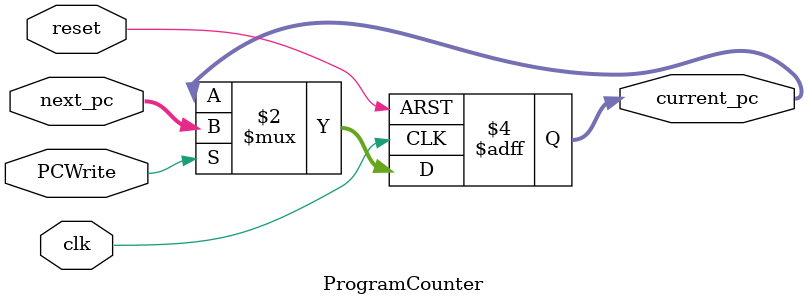
<source format=v>
`timescale 1ns / 1ps


module ProgramCounter(
    input clk, reset,
    input PCWrite, 
    input [9:0] next_pc,
    output reg [9:0] current_pc
 );
    always@(posedge clk or posedge reset) begin
        if (reset) begin
            current_pc <= 0;
        end else if (PCWrite) begin
            current_pc <= next_pc;
        end
    end
endmodule

</source>
